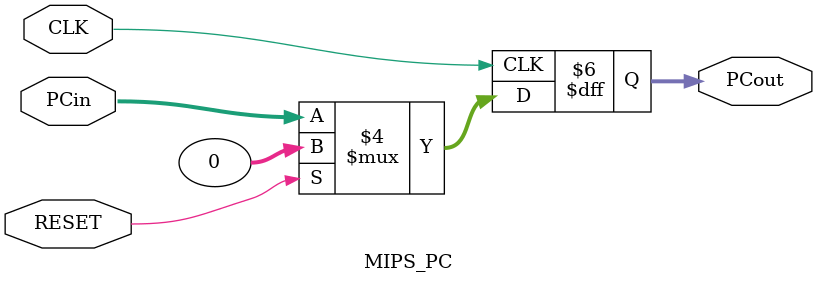
<source format=v>
`timescale 1ns / 1ps

// Revision: 
// Revision 0.01 - File Created
// Additional Comments: 
//////////////////////////////////////PC MODULE//////////////////////////////////////////////
module MIPS_PC(
	input   CLK,			//INPUT CLOCK
	input   RESET,			//INPUT RESET
	input 	[31:0] PCin,		//PC INPUT
	output	reg [31:0] PCout	//PC OUT
);
	
	always @(posedge CLK)
	begin 
		//ON RESET PC = 0
		if (RESET == 1'b1)
		begin
			PCout <= 32'b0; 
		end
		else
		begin
			PCout <= PCin;
		end
	end

	
endmodule

</source>
